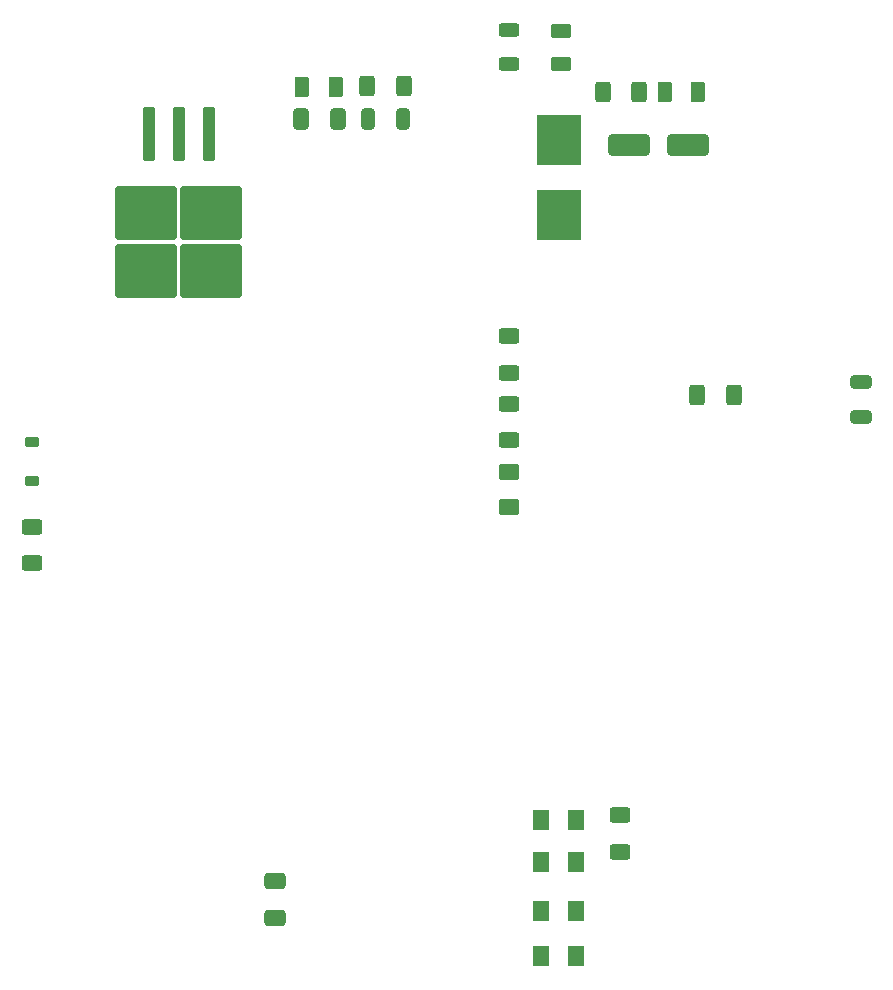
<source format=gbr>
%TF.GenerationSoftware,KiCad,Pcbnew,7.0.6*%
%TF.CreationDate,2024-04-15T18:34:20+10:00*%
%TF.ProjectId,Rocketry_Payload_Main_DDR_Spec_V2,526f636b-6574-4727-995f-5061796c6f61,rev?*%
%TF.SameCoordinates,Original*%
%TF.FileFunction,Paste,Top*%
%TF.FilePolarity,Positive*%
%FSLAX46Y46*%
G04 Gerber Fmt 4.6, Leading zero omitted, Abs format (unit mm)*
G04 Created by KiCad (PCBNEW 7.0.6) date 2024-04-15 18:34:20*
%MOMM*%
%LPD*%
G01*
G04 APERTURE LIST*
G04 Aperture macros list*
%AMRoundRect*
0 Rectangle with rounded corners*
0 $1 Rounding radius*
0 $2 $3 $4 $5 $6 $7 $8 $9 X,Y pos of 4 corners*
0 Add a 4 corners polygon primitive as box body*
4,1,4,$2,$3,$4,$5,$6,$7,$8,$9,$2,$3,0*
0 Add four circle primitives for the rounded corners*
1,1,$1+$1,$2,$3*
1,1,$1+$1,$4,$5*
1,1,$1+$1,$6,$7*
1,1,$1+$1,$8,$9*
0 Add four rect primitives between the rounded corners*
20,1,$1+$1,$2,$3,$4,$5,0*
20,1,$1+$1,$4,$5,$6,$7,0*
20,1,$1+$1,$6,$7,$8,$9,0*
20,1,$1+$1,$8,$9,$2,$3,0*%
G04 Aperture macros list end*
%ADD10RoundRect,0.250001X0.462499X0.624999X-0.462499X0.624999X-0.462499X-0.624999X0.462499X-0.624999X0*%
%ADD11RoundRect,0.250000X-0.412500X-0.650000X0.412500X-0.650000X0.412500X0.650000X-0.412500X0.650000X0*%
%ADD12RoundRect,0.250000X0.400000X0.625000X-0.400000X0.625000X-0.400000X-0.625000X0.400000X-0.625000X0*%
%ADD13RoundRect,0.250000X-0.300000X2.050000X-0.300000X-2.050000X0.300000X-2.050000X0.300000X2.050000X0*%
%ADD14RoundRect,0.250000X-2.375000X2.025000X-2.375000X-2.025000X2.375000X-2.025000X2.375000X2.025000X0*%
%ADD15RoundRect,0.250000X-0.400000X-0.625000X0.400000X-0.625000X0.400000X0.625000X-0.400000X0.625000X0*%
%ADD16RoundRect,0.250000X0.625000X-0.400000X0.625000X0.400000X-0.625000X0.400000X-0.625000X-0.400000X0*%
%ADD17RoundRect,0.250000X-0.625000X0.400000X-0.625000X-0.400000X0.625000X-0.400000X0.625000X0.400000X0*%
%ADD18RoundRect,0.250000X0.375000X0.625000X-0.375000X0.625000X-0.375000X-0.625000X0.375000X-0.625000X0*%
%ADD19RoundRect,0.250000X-0.625000X0.312500X-0.625000X-0.312500X0.625000X-0.312500X0.625000X0.312500X0*%
%ADD20RoundRect,0.250000X-0.650000X0.412500X-0.650000X-0.412500X0.650000X-0.412500X0.650000X0.412500X0*%
%ADD21RoundRect,0.250001X0.624999X-0.462499X0.624999X0.462499X-0.624999X0.462499X-0.624999X-0.462499X0*%
%ADD22RoundRect,0.250000X0.325000X0.650000X-0.325000X0.650000X-0.325000X-0.650000X0.325000X-0.650000X0*%
%ADD23RoundRect,0.250000X-1.500000X-0.650000X1.500000X-0.650000X1.500000X0.650000X-1.500000X0.650000X0*%
%ADD24RoundRect,0.250000X-0.650000X0.325000X-0.650000X-0.325000X0.650000X-0.325000X0.650000X0.325000X0*%
%ADD25RoundRect,0.225000X0.375000X-0.225000X0.375000X0.225000X-0.375000X0.225000X-0.375000X-0.225000X0*%
%ADD26RoundRect,0.250000X-0.625000X0.375000X-0.625000X-0.375000X0.625000X-0.375000X0.625000X0.375000X0*%
%ADD27RoundRect,0.250000X-0.375000X-0.625000X0.375000X-0.625000X0.375000X0.625000X-0.375000X0.625000X0*%
%ADD28R,3.810000X4.240000*%
G04 APERTURE END LIST*
D10*
%TO.C,D1*%
X163195000Y-132842000D03*
X160220000Y-132842000D03*
%TD*%
D11*
%TO.C,C3*%
X139915500Y-61976000D03*
X143040500Y-61976000D03*
%TD*%
D12*
%TO.C,R1*%
X168555000Y-59690000D03*
X165455000Y-59690000D03*
%TD*%
D10*
%TO.C,D2*%
X160220000Y-129032000D03*
X163195000Y-129032000D03*
%TD*%
D13*
%TO.C,U7*%
X132080000Y-63240000D03*
X129540000Y-63240000D03*
D14*
X132315000Y-69965000D03*
X126765000Y-69965000D03*
X132315000Y-74815000D03*
X126765000Y-74815000D03*
D13*
X127000000Y-63240000D03*
%TD*%
D15*
%TO.C,R3*%
X145490600Y-59182000D03*
X148590600Y-59182000D03*
%TD*%
%TO.C,R8*%
X173430000Y-85344000D03*
X176530000Y-85344000D03*
%TD*%
D16*
%TO.C,R7*%
X117094000Y-96494000D03*
X117094000Y-99594000D03*
%TD*%
D17*
%TO.C,R5*%
X157480000Y-86080000D03*
X157480000Y-89180000D03*
%TD*%
D18*
%TO.C,D10*%
X142827200Y-59283600D03*
X140027200Y-59283600D03*
%TD*%
D19*
%TO.C,R2*%
X157480000Y-54417500D03*
X157480000Y-57342500D03*
%TD*%
D20*
%TO.C,C1*%
X137668000Y-126492000D03*
X137668000Y-129617000D03*
%TD*%
D17*
%TO.C,R4*%
X157480000Y-80365000D03*
X157480000Y-83465000D03*
%TD*%
D21*
%TO.C,D6*%
X157480000Y-94832500D03*
X157480000Y-91857500D03*
%TD*%
D22*
%TO.C,C2*%
X148541000Y-61976000D03*
X145591000Y-61976000D03*
%TD*%
D10*
%TO.C,D3*%
X163195000Y-124880000D03*
X160220000Y-124880000D03*
%TD*%
D23*
%TO.C,D8*%
X167680000Y-64135000D03*
X172680000Y-64135000D03*
%TD*%
D17*
%TO.C,R6*%
X166878000Y-120904000D03*
X166878000Y-124004000D03*
%TD*%
D10*
%TO.C,D4*%
X163195000Y-121285000D03*
X160220000Y-121285000D03*
%TD*%
D24*
%TO.C,C4*%
X187325000Y-84275400D03*
X187325000Y-87225400D03*
%TD*%
D25*
%TO.C,D5*%
X117094000Y-92582000D03*
X117094000Y-89282000D03*
%TD*%
D26*
%TO.C,D9*%
X161925000Y-54480000D03*
X161925000Y-57280000D03*
%TD*%
D27*
%TO.C,D7*%
X170685000Y-59690000D03*
X173485000Y-59690000D03*
%TD*%
D28*
%TO.C,F1*%
X161772600Y-70098600D03*
X161772600Y-63728600D03*
%TD*%
M02*

</source>
